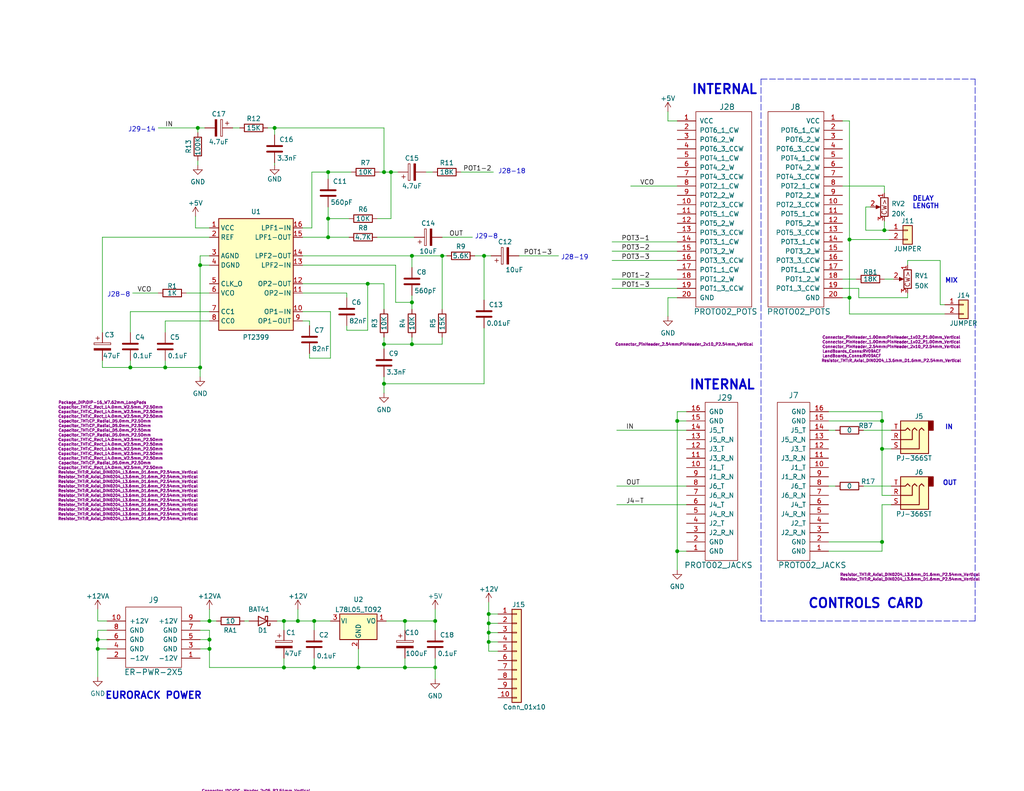
<source format=kicad_sch>
(kicad_sch (version 20211123) (generator eeschema)
  (paper "A")
  (title_block (title "ER-DELAY-01") (date "2023-01-17") (rev "1"))
  (lib_symbols
    (symbol "Audio:PT2399"
      (property "Reference" "U" (at 0 17.78 0))
      (property "Value" "PT2399" (at 0 -17.78 0))
      (symbol "PT2399_0_1"
        (rectangle (start -10.16 15.24) (end 10.16 -15.24) (stroke (width 0.254)) (fill (type background)))
      )
      (symbol "PT2399_1_1"
        (pin power_in line (at -12.7 12.7 0) (length 2.54) (name "VCC") (number "1"))
        (pin input line (at 12.7 -10.16 180) (length 2.54) (name "OP1-IN") (number "10"))
        (pin input line (at 12.7 -5.08 180) (length 2.54) (name "OP2-IN") (number "11"))
        (pin output line (at 12.7 -2.54 180) (length 2.54) (name "OP2-OUT") (number "12"))
        (pin input line (at 12.7 2.54 180) (length 2.54) (name "LPF2-IN") (number "13"))
        (pin output line (at 12.7 5.08 180) (length 2.54) (name "LPF2-OUT") (number "14"))
        (pin output line (at 12.7 10.16 180) (length 2.54) (name "LPF1-OUT") (number "15"))
        (pin input line (at 12.7 12.7 180) (length 2.54) (name "LPF1-IN") (number "16"))
        (pin passive line (at -12.7 10.16 0) (length 2.54) (name "REF") (number "2"))
        (pin power_in line (at -12.7 5.08 0) (length 2.54) (name "AGND") (number "3"))
        (pin power_in line (at -12.7 2.54 0) (length 2.54) (name "DGND") (number "4"))
        (pin passive line (at -12.7 -2.54 0) (length 2.54) (name "CLK_O") (number "5"))
        (pin passive line (at -12.7 -5.08 0) (length 2.54) (name "VCO") (number "6"))
        (pin passive line (at -12.7 -10.16 0) (length 2.54) (name "CC1") (number "7"))
        (pin passive line (at -12.7 -12.7 0) (length 2.54) (name "CC0") (number "8"))
        (pin output line (at 12.7 -12.7 180) (length 2.54) (name "OP1-OUT") (number "9"))
      )
    )
    (symbol "Connector:AudioJack3"
      (property "Reference" "J" (at 0 8.89 0))
      (property "Value" "AudioJack3" (at 0 6.35 0))
      (symbol "AudioJack3_0_1"
        (rectangle (start -5.08 -5.08) (end -6.35 -2.54) (stroke (width 0.254)) (fill (type outline)))
        (polyline (pts (xy 0 -2.54) (xy 0.635 -3.175) (xy 1.27 -2.54) (xy 2.54 -2.54)) (stroke (width 0.254)))
        (polyline (pts (xy -1.905 -2.54) (xy -1.27 -3.175) (xy -0.635 -2.54) (xy -0.635 0) (xy 2.54 0)) (stroke (width 0.254)))
        (polyline (pts (xy 2.54 2.54) (xy -2.54 2.54) (xy -2.54 -2.54) (xy -3.175 -3.175) (xy -3.81 -2.54)) (stroke (width 0.254)))
        (rectangle (start 2.54 3.81) (end -5.08 -5.08) (stroke (width 0.254)) (fill (type background)))
      )
      (symbol "AudioJack3_1_1"
        (pin passive line (at 5.08 0 180) (length 2.54) (name "~") (number "R"))
        (pin passive line (at 5.08 2.54 180) (length 2.54) (name "~") (number "S"))
        (pin passive line (at 5.08 -2.54 180) (length 2.54) (name "~") (number "T"))
      )
    )
    (symbol "Connector_Generic:Conn_01x02" (pin_names (offset 1.016) hide)
      (property "Reference" "J" (at 0 2.54 0))
      (property "Value" "Conn_01x02" (at 0 -5.08 0))
      (symbol "Conn_01x02_1_1"
        (rectangle (start -1.27 -2.413) (end 0 -2.667) (stroke (width 0.1524)))
        (rectangle (start -1.27 0.127) (end 0 -0.127) (stroke (width 0.1524)))
        (rectangle (start -1.27 1.27) (end 1.27 -3.81) (stroke (width 0.254)) (fill (type background)))
        (pin passive line (at -5.08 0 0) (length 3.81) (name "Pin_1") (number "1"))
        (pin passive line (at -5.08 -2.54 0) (length 3.81) (name "Pin_2") (number "2"))
      )
    )
    (symbol "Connector_Generic:Conn_01x10" (pin_names (offset 1.016) hide)
      (property "Reference" "J" (at 0 12.7 0))
      (property "Value" "Conn_01x10" (at 0 -15.24 0))
      (symbol "Conn_01x10_1_1"
        (rectangle (start -1.27 -12.573) (end 0 -12.827) (stroke (width 0.1524)))
        (rectangle (start -1.27 -10.033) (end 0 -10.287) (stroke (width 0.1524)))
        (rectangle (start -1.27 -7.493) (end 0 -7.747) (stroke (width 0.1524)))
        (rectangle (start -1.27 -4.953) (end 0 -5.207) (stroke (width 0.1524)))
        (rectangle (start -1.27 -2.413) (end 0 -2.667) (stroke (width 0.1524)))
        (rectangle (start -1.27 0.127) (end 0 -0.127) (stroke (width 0.1524)))
        (rectangle (start -1.27 2.667) (end 0 2.413) (stroke (width 0.1524)))
        (rectangle (start -1.27 5.207) (end 0 4.953) (stroke (width 0.1524)))
        (rectangle (start -1.27 7.747) (end 0 7.493) (stroke (width 0.1524)))
        (rectangle (start -1.27 10.287) (end 0 10.033) (stroke (width 0.1524)))
        (rectangle (start -1.27 11.43) (end 1.27 -13.97) (stroke (width 0.254)) (fill (type background)))
        (pin passive line (at -5.08 10.16 0) (length 3.81) (name "Pin_1") (number "1"))
        (pin passive line (at -5.08 -12.7 0) (length 3.81) (name "Pin_10") (number "10"))
        (pin passive line (at -5.08 7.62 0) (length 3.81) (name "Pin_2") (number "2"))
        (pin passive line (at -5.08 5.08 0) (length 3.81) (name "Pin_3") (number "3"))
        (pin passive line (at -5.08 2.54 0) (length 3.81) (name "Pin_4") (number "4"))
        (pin passive line (at -5.08 0 0) (length 3.81) (name "Pin_5") (number "5"))
        (pin passive line (at -5.08 -2.54 0) (length 3.81) (name "Pin_6") (number "6"))
        (pin passive line (at -5.08 -5.08 0) (length 3.81) (name "Pin_7") (number "7"))
        (pin passive line (at -5.08 -7.62 0) (length 3.81) (name "Pin_8") (number "8"))
        (pin passive line (at -5.08 -10.16 0) (length 3.81) (name "Pin_9") (number "9"))
      )
    )
    (symbol "Device:C" (pin_numbers hide) (pin_names (offset 0.254))
      (property "Reference" "C" (at 0.635 2.54 0))
      (property "Value" "C" (at 0.635 -2.54 0))
      (symbol "C_0_1"
        (polyline (pts (xy -2.032 -0.762) (xy 2.032 -0.762)) (stroke (width 0.508)))
        (polyline (pts (xy -2.032 0.762) (xy 2.032 0.762)) (stroke (width 0.508)))
      )
      (symbol "C_1_1"
        (pin passive line (at 0 3.81 270) (length 2.794) (name "~") (number "1"))
        (pin passive line (at 0 -3.81 90) (length 2.794) (name "~") (number "2"))
      )
    )
    (symbol "Device:C_Polarized" (pin_numbers hide) (pin_names (offset 0.254))
      (property "Reference" "C" (at 0.635 2.54 0))
      (property "Value" "C_Polarized" (at 0.635 -2.54 0))
      (symbol "C_Polarized_0_1"
        (rectangle (start -2.286 0.508) (end 2.286 1.016))
        (polyline (pts (xy -1.778 2.286) (xy -0.762 2.286)))
        (polyline (pts (xy -1.27 2.794) (xy -1.27 1.778)))
        (rectangle (start 2.286 -0.508) (end -2.286 -1.016) (fill (type outline)))
      )
      (symbol "C_Polarized_1_1"
        (pin passive line (at 0 3.81 270) (length 2.794) (name "~") (number "1"))
        (pin passive line (at 0 -3.81 90) (length 2.794) (name "~") (number "2"))
      )
    )
    (symbol "Device:D_Schottky" (pin_numbers hide) (pin_names (offset 1.016) hide)
      (property "Reference" "D" (at 0 2.54 0))
      (property "Value" "D_Schottky" (at 0 -2.54 0))
      (symbol "D_Schottky_0_1"
        (polyline (pts (xy 1.27 0) (xy -1.27 0)))
        (polyline (pts (xy 1.27 1.27) (xy 1.27 -1.27) (xy -1.27 0) (xy 1.27 1.27)) (stroke (width 0.254)))
        (polyline (pts (xy -1.905 0.635) (xy -1.905 1.27) (xy -1.27 1.27) (xy -1.27 -1.27) (xy -0.635 -1.27) (xy -0.635 -0.635)) (stroke (width 0.254)))
      )
      (symbol "D_Schottky_1_1"
        (pin passive line (at -3.81 0 0) (length 2.54) (name "K") (number "1"))
        (pin passive line (at 3.81 0 180) (length 2.54) (name "A") (number "2"))
      )
    )
    (symbol "Device:R" (pin_numbers hide) (pin_names (offset 0))
      (property "Reference" "R" (at 2.032 0 90))
      (property "Value" "R" (at 0 0 90))
      (symbol "R_0_1"
        (rectangle (start -1.016 -2.54) (end 1.016 2.54) (stroke (width 0.254)))
      )
      (symbol "R_1_1"
        (pin passive line (at 0 3.81 270) (length 1.27) (name "~") (number "1"))
        (pin passive line (at 0 -3.81 90) (length 1.27) (name "~") (number "2"))
      )
    )
    (symbol "LandBoards_Conns:ER-PWR-2X5" (pin_names (offset 1.016))
      (property "Reference" "J" (at 0 10.16 0))
      (property "Value" "ER-PWR-2X5" (at 1.27 -8.89 0))
      (property "Footprint" "Connector_IDC:IDC-Header_2x05_P2.54mm_Vertical" (at 0 -11.43 0))
      (symbol "ER-PWR-2X5_0_1"
        (rectangle (start -7.62 8.89) (end 7.62 -7.62))
      )
      (symbol "ER-PWR-2X5_1_1"
        (pin power_out line (at 12.7 -5.08 180) (length 5.08) (name "-12V") (number "1"))
        (pin power_out line (at -12.7 5.08 0) (length 5.08) (name "+12V") (number "10"))
        (pin power_out line (at -12.7 -5.08 0) (length 5.08) (name "-12V") (number "2"))
        (pin power_in line (at 12.7 -2.54 180) (length 5.08) (name "GND") (number "3"))
        (pin power_out line (at -12.7 -2.54 0) (length 5.08) (name "GND") (number "4"))
        (pin power_out line (at 12.7 0 180) (length 5.08) (name "GND") (number "5"))
        (pin power_out line (at -12.7 0 0) (length 5.08) (name "GND") (number "6"))
        (pin power_out line (at 12.7 2.54 180) (length 5.08) (name "GND") (number "7"))
        (pin power_out line (at -12.7 2.54 0) (length 5.08) (name "GND") (number "8"))
        (pin power_out line (at 12.7 5.08 180) (length 5.08) (name "+12V") (number "9"))
      )
    )
    (symbol "LandBoards_Conns:PROTO02_POTS" (pin_names (offset 1.016))
      (property "Reference" "J" (at -1.27 27.94 0))
      (property "Value" "PROTO02_POTS" (at 0 -27.94 0))
      (symbol "PROTO02_POTS_0_1"
        (rectangle (start -8.89 26.67) (end 6.35 -26.67))
      )
      (symbol "PROTO02_POTS_1_1"
        (pin power_in line (at 11.43 24.13 180) (length 5.08) (name "VCC") (number "1"))
        (pin passive line (at 11.43 1.27 180) (length 5.08) (name "POT2_3_CCW") (number "10"))
        (pin passive line (at 11.43 -1.27 180) (length 5.08) (name "POT5_1_CW") (number "11"))
        (pin passive line (at 11.43 -3.81 180) (length 5.08) (name "POT5_2_W") (number "12"))
        (pin passive line (at 11.43 -6.35 180) (length 5.08) (name "POT5_3_CCW") (number "13"))
        (pin passive line (at 11.43 -8.89 180) (length 5.08) (name "POT3_1_CW") (number "14"))
        (pin passive line (at 11.43 -11.43 180) (length 5.08) (name "POT3_2_W") (number "15"))
        (pin passive line (at 11.43 -13.97 180) (length 5.08) (name "POT3_3_CCW") (number "16"))
        (pin passive line (at 11.43 -16.51 180) (length 5.08) (name "POT1_1_CW") (number "17"))
        (pin passive line (at 11.43 -19.05 180) (length 5.08) (name "POT1_2_W") (number "18"))
        (pin passive line (at 11.43 -21.59 180) (length 5.08) (name "POT1_3_CCW") (number "19"))
        (pin passive line (at 11.43 21.59 180) (length 5.08) (name "POT6_1_CW") (number "2"))
        (pin power_in line (at 11.43 -24.13 180) (length 5.08) (name "GND") (number "20"))
        (pin passive line (at 11.43 19.05 180) (length 5.08) (name "POT6_2_W") (number "3"))
        (pin passive line (at 11.43 16.51 180) (length 5.08) (name "POT6_3_CCW") (number "4"))
        (pin passive line (at 11.43 13.97 180) (length 5.08) (name "POT4_1_CW") (number "5"))
        (pin passive line (at 11.43 11.43 180) (length 5.08) (name "POT4_2_W") (number "6"))
        (pin passive line (at 11.43 8.89 180) (length 5.08) (name "POT4_3_CCW") (number "7"))
        (pin passive line (at 11.43 6.35 180) (length 5.08) (name "POT2_1_CW") (number "8"))
        (pin passive line (at 11.43 3.81 180) (length 5.08) (name "POT2_2_W") (number "9"))
      )
    )
    (symbol "PROTO02_JACKS_1" (pin_names (offset 1.016))
      (property "Reference" "J" (at 0 22.86 0))
      (property "Value" "PROTO02_JACKS_1" (at 0 -22.86 0))
      (symbol "PROTO02_JACKS_1_0_1"
        (rectangle (start -5.08 21.59) (end 3.81 -21.59))
      )
      (symbol "PROTO02_JACKS_1_1_1"
        (pin power_in line (at 8.89 -19.05 180) (length 5.08) (name "GND") (number "1"))
        (pin passive line (at 8.89 3.81 180) (length 5.08) (name "J1_T") (number "10"))
        (pin passive line (at 8.89 6.35 180) (length 5.08) (name "J3_R_N") (number "11"))
        (pin passive line (at 8.89 8.89 180) (length 5.08) (name "J3_T") (number "12"))
        (pin passive line (at 8.89 11.43 180) (length 5.08) (name "J5_R_N") (number "13"))
        (pin passive line (at 8.89 13.97 180) (length 5.08) (name "J5_T") (number "14"))
        (pin power_in line (at 8.89 16.51 180) (length 5.08) (name "GND") (number "15"))
        (pin power_in line (at 8.89 19.05 180) (length 5.08) (name "GND") (number "16"))
        (pin power_in line (at 8.89 -16.51 180) (length 5.08) (name "GND") (number "2"))
        (pin passive line (at 8.89 -13.97 180) (length 5.08) (name "J2_R_N") (number "3"))
        (pin passive line (at 8.89 -11.43 180) (length 5.08) (name "J2_T") (number "4"))
        (pin passive line (at 8.89 -8.89 180) (length 5.08) (name "J4_R_N") (number "5"))
        (pin passive line (at 8.89 -6.35 180) (length 5.08) (name "J4_T") (number "6"))
        (pin passive line (at 8.89 -3.81 180) (length 5.08) (name "J6_R_N") (number "7"))
        (pin passive line (at 8.89 -1.27 180) (length 5.08) (name "J6_T") (number "8"))
        (pin passive line (at 8.89 1.27 180) (length 5.08) (name "J1_R_N") (number "9"))
      )
    )
    (symbol "PROTO02_JACKS_2" (pin_names (offset 1.016))
      (property "Reference" "J" (at 0 22.86 0))
      (property "Value" "PROTO02_JACKS_2" (at 0 -22.86 0))
      (symbol "PROTO02_JACKS_2_0_1"
        (rectangle (start -5.08 21.59) (end 3.81 -21.59))
      )
      (symbol "PROTO02_JACKS_2_1_1"
        (pin power_in line (at 8.89 -19.05 180) (length 5.08) (name "GND") (number "1"))
        (pin passive line (at 8.89 3.81 180) (length 5.08) (name "J1_T") (number "10"))
        (pin passive line (at 8.89 6.35 180) (length 5.08) (name "J3_R_N") (number "11"))
        (pin passive line (at 8.89 8.89 180) (length 5.08) (name "J3_T") (number "12"))
        (pin passive line (at 8.89 11.43 180) (length 5.08) (name "J5_R_N") (number "13"))
        (pin passive line (at 8.89 13.97 180) (length 5.08) (name "J5_T") (number "14"))
        (pin power_in line (at 8.89 16.51 180) (length 5.08) (name "GND") (number "15"))
        (pin power_in line (at 8.89 19.05 180) (length 5.08) (name "GND") (number "16"))
        (pin power_in line (at 8.89 -16.51 180) (length 5.08) (name "GND") (number "2"))
        (pin passive line (at 8.89 -13.97 180) (length 5.08) (name "J2_R_N") (number "3"))
        (pin passive line (at 8.89 -11.43 180) (length 5.08) (name "J2_T") (number "4"))
        (pin passive line (at 8.89 -8.89 180) (length 5.08) (name "J4_R_N") (number "5"))
        (pin passive line (at 8.89 -6.35 180) (length 5.08) (name "J4_T") (number "6"))
        (pin passive line (at 8.89 -3.81 180) (length 5.08) (name "J6_R_N") (number "7"))
        (pin passive line (at 8.89 -1.27 180) (length 5.08) (name "J6_T") (number "8"))
        (pin passive line (at 8.89 1.27 180) (length 5.08) (name "J1_R_N") (number "9"))
      )
    )
    (symbol "R_Pot_CW_1" (pin_names (offset 1.016) hide)
      (property "Reference" "RV" (at -1.27 1.27 0))
      (property "Value" "R_Pot_CW_1" (at -1.27 -1.27 0))
      (symbol "R_Pot_CW_1_0_0"
        (text "CW>" (at 0 0 900) (effects (font (size 1.27 1.27))))
      )
      (symbol "R_Pot_CW_1_0_1"
        (polyline (pts (xy 2.54 0) (xy 1.524 0)))
        (polyline (pts (xy 1.143 0) (xy 2.286 0.508) (xy 2.286 -0.508) (xy 1.143 0)) (fill (type outline)))
        (rectangle (start 1.016 2.54) (end -1.016 -2.54) (stroke (width 0.254)))
      )
      (symbol "R_Pot_CW_1_1_1"
        (pin passive line (at 0 3.81 270) (length 1.27) (name "1") (number "1"))
        (pin passive line (at 3.81 0 180) (length 1.27) (name "2") (number "2"))
        (pin passive line (at 0 -3.81 90) (length 1.27) (name "3") (number "3"))
      )
    )
    (symbol "Regulator_Linear:L78L05_TO92" (pin_names (offset 0.254))
      (property "Reference" "U" (at -3.81 3.175 0))
      (property "Value" "L78L05_TO92" (at 0 3.175 0))
      (symbol "L78L05_TO92_0_1"
        (rectangle (start -5.08 -5.08) (end 5.08 1.905) (stroke (width 0.254)) (fill (type background)))
      )
      (symbol "L78L05_TO92_1_1"
        (pin power_out line (at 7.62 0 180) (length 2.54) (name "VO") (number "1"))
        (pin power_in line (at 0 -7.62 90) (length 2.54) (name "GND") (number "2"))
        (pin power_in line (at -7.62 0 0) (length 2.54) (name "VI") (number "3"))
      )
    )
    (symbol "power:+12V" (power) (pin_names (offset 0))
      (property "Value" "+12V" (at 0 3.556 0))
      (symbol "+12V_0_1"
        (polyline (pts (xy -0.762 1.27) (xy 0 2.54)))
        (polyline (pts (xy 0 0) (xy 0 2.54)))
        (polyline (pts (xy 0 2.54) (xy 0.762 1.27)))
      )
      (symbol "+12V_1_1"
        (pin power_in line (at 0 0 90) (length 0) hide (name "+12V") (number "1"))
      )
    )
    (symbol "power:+12VA" (power) (pin_names (offset 0))
      (property "Value" "+12VA" (at 0 3.556 0))
      (symbol "+12VA_0_1"
        (polyline (pts (xy -0.762 1.27) (xy 0 2.54)))
        (polyline (pts (xy 0 0) (xy 0 2.54)))
        (polyline (pts (xy 0 2.54) (xy 0.762 1.27)))
      )
      (symbol "+12VA_1_1"
        (pin power_in line (at 0 0 90) (length 0) hide (name "+12VA") (number "1"))
      )
    )
    (symbol "power:+5V" (power) (pin_names (offset 0))
      (property "Value" "+5V" (at 0 3.556 0))
      (symbol "+5V_0_1"
        (polyline (pts (xy -0.762 1.27) (xy 0 2.54)))
        (polyline (pts (xy 0 0) (xy 0 2.54)))
        (polyline (pts (xy 0 2.54) (xy 0.762 1.27)))
      )
      (symbol "+5V_1_1"
        (pin power_in line (at 0 0 90) (length 0) hide (name "+5V") (number "1"))
      )
    )
    (symbol "power:GND" (power) (pin_names (offset 0))
      (property "Value" "GND" (at 0 -3.81 0))
      (symbol "GND_0_1"
        (polyline (pts (xy 0 0) (xy 0 -1.27) (xy 1.27 -1.27) (xy 0 -2.54) (xy -1.27 -1.27) (xy 0 -1.27)))
      )
      (symbol "GND_1_1"
        (pin power_in line (at 0 0 270) (length 0) hide (name "GND") (number "1"))
      )
    )
  )
  (junction (at 89.535 64.77))
  (junction (at 57.15 169.545))
  (junction (at 77.47 169.545))
  (junction (at 54.61 72.39))
  (junction (at 184.785 114.935))
  (junction (at 53.975 34.925))
  (junction (at 57.15 177.165))
  (junction (at 85.725 182.245))
  (junction (at 112.395 82.55))
  (junction (at 89.535 59.69))
  (junction (at 26.67 174.625))
  (junction (at 104.775 104.775))
  (junction (at 133.35 167.64))
  (junction (at 132.08 69.85))
  (junction (at 57.15 174.625))
  (junction (at 112.395 69.85))
  (junction (at 133.35 172.72))
  (junction (at 240.665 147.955))
  (junction (at 89.535 46.99))
  (junction (at 54.61 100.33))
  (junction (at 110.49 182.245))
  (junction (at 104.775 46.99))
  (junction (at 241.3 62.865))
  (junction (at 118.745 182.245))
  (junction (at 35.56 100.33))
  (junction (at 133.35 170.18))
  (junction (at 184.785 150.495))
  (junction (at 45.085 100.33))
  (junction (at 112.395 93.98))
  (junction (at 85.725 169.545))
  (junction (at 26.67 177.165))
  (junction (at 110.49 169.545))
  (junction (at 74.93 34.925))
  (junction (at 231.775 81.28))
  (junction (at 97.79 182.245))
  (junction (at 104.775 93.98))
  (junction (at 240.665 114.935))
  (junction (at 81.28 169.545))
  (junction (at 240.665 122.555))
  (junction (at 77.47 182.245))
  (junction (at 231.775 65.405))
  (junction (at 118.745 169.545))
  (junction (at 120.65 69.85))
  (junction (at 133.35 175.26))
  (junction (at 106.68 46.99))
  (junction (at 100.33 77.47))
  (wire (pts (xy 133.35 175.26) (xy 133.35 177.8)))
  (wire (pts (xy 100.33 90.17) (xy 94.615 90.17)))
  (wire (pts (xy 132.08 69.85) (xy 132.08 81.915)))
  (wire (pts (xy 90.17 85.09) (xy 90.17 97.79)))
  (wire (pts (xy 57.15 69.85) (xy 54.61 69.85)))
  (wire (pts (xy 237.49 56.515) (xy 236.22 56.515)))
  (wire (pts (xy 184.785 33.02) (xy 182.245 33.02)))
  (wire (pts (xy 247.65 81.28) (xy 234.315 81.28)))
  (wire (pts (xy 247.65 72.39) (xy 247.65 71.12)))
  (wire (pts (xy 85.725 182.245) (xy 85.725 179.705)))
  (wire (pts (xy 94.615 90.17) (xy 94.615 88.9)))
  (wire (pts (xy 226.06 114.935) (xy 240.665 114.935)))
  (wire (pts (xy 53.34 62.23) (xy 53.34 59.055)))
  (wire (pts (xy 241.3 52.705) (xy 241.3 50.8)))
  (wire (pts (xy 104.775 93.98) (xy 104.775 95.25)))
  (wire (pts (xy 236.22 62.865) (xy 241.3 62.865)))
  (wire (pts (xy 168.275 137.795) (xy 187.325 137.795)))
  (wire (pts (xy 240.665 114.935) (xy 240.665 112.395)))
  (wire (pts (xy 132.08 69.85) (xy 133.985 69.85)))
  (wire (pts (xy 231.775 65.405) (xy 242.57 65.405)))
  (wire (pts (xy 45.085 98.425) (xy 45.085 100.33)))
  (wire (pts (xy 89.535 59.69) (xy 95.25 59.69)))
  (wire (pts (xy 106.68 59.69) (xy 106.68 46.99)))
  (wire (pts (xy 110.49 182.245) (xy 118.745 182.245)))
  (wire (pts (xy 103.505 46.99) (xy 104.775 46.99)))
  (polyline (pts (xy 207.645 169.545) (xy 207.645 21.59)))
  (wire (pts (xy 187.325 112.395) (xy 184.785 112.395)))
  (wire (pts (xy 247.65 80.01) (xy 247.65 81.28)))
  (wire (pts (xy 243.205 137.795) (xy 240.665 137.795)))
  (wire (pts (xy 125.73 46.99) (xy 134.62 46.99)))
  (wire (pts (xy 85.09 46.99) (xy 89.535 46.99)))
  (wire (pts (xy 106.68 46.99) (xy 108.585 46.99)))
  (wire (pts (xy 26.67 174.625) (xy 29.21 174.625)))
  (wire (pts (xy 120.65 93.98) (xy 120.65 92.075)))
  (wire (pts (xy 110.49 169.545) (xy 118.745 169.545)))
  (wire (pts (xy 241.3 62.865) (xy 242.57 62.865)))
  (wire (pts (xy 77.47 169.545) (xy 81.28 169.545)))
  (wire (pts (xy 77.47 182.245) (xy 85.725 182.245)))
  (wire (pts (xy 226.06 147.955) (xy 240.665 147.955)))
  (wire (pts (xy 120.65 64.77) (xy 128.905 64.77)))
  (wire (pts (xy 82.55 62.23) (xy 85.09 62.23)))
  (wire (pts (xy 65.405 34.925) (xy 63.5 34.925)))
  (wire (pts (xy 243.205 122.555) (xy 240.665 122.555)))
  (wire (pts (xy 53.975 34.925) (xy 55.88 34.925)))
  (wire (pts (xy 133.35 164.465) (xy 133.35 167.64)))
  (wire (pts (xy 118.745 182.245) (xy 118.745 185.42)))
  (wire (pts (xy 241.3 76.2) (xy 243.84 76.2)))
  (wire (pts (xy 43.18 34.925) (xy 53.975 34.925)))
  (wire (pts (xy 256.54 71.12) (xy 256.54 83.185)))
  (wire (pts (xy 77.47 179.705) (xy 77.47 182.245)))
  (wire (pts (xy 85.09 62.23) (xy 85.09 46.99)))
  (wire (pts (xy 167.005 78.74) (xy 184.785 78.74)))
  (wire (pts (xy 184.785 114.935) (xy 187.325 114.935)))
  (wire (pts (xy 104.775 92.075) (xy 104.775 93.98)))
  (wire (pts (xy 102.87 59.69) (xy 106.68 59.69)))
  (wire (pts (xy 54.61 169.545) (xy 57.15 169.545)))
  (wire (pts (xy 118.745 169.545) (xy 118.745 172.085)))
  (wire (pts (xy 229.87 81.28) (xy 231.775 81.28)))
  (wire (pts (xy 74.93 34.925) (xy 73.025 34.925)))
  (wire (pts (xy 184.785 114.935) (xy 184.785 150.495)))
  (wire (pts (xy 27.94 98.425) (xy 27.94 100.33)))
  (wire (pts (xy 184.785 150.495) (xy 187.325 150.495)))
  (wire (pts (xy 89.535 46.99) (xy 95.885 46.99)))
  (wire (pts (xy 167.005 76.2) (xy 184.785 76.2)))
  (wire (pts (xy 105.41 169.545) (xy 110.49 169.545)))
  (wire (pts (xy 57.15 87.63) (xy 45.085 87.63)))
  (wire (pts (xy 85.725 169.545) (xy 85.725 172.085)))
  (wire (pts (xy 26.67 172.085) (xy 26.67 174.625)))
  (wire (pts (xy 243.205 135.255) (xy 240.665 135.255)))
  (wire (pts (xy 97.79 182.245) (xy 110.49 182.245)))
  (wire (pts (xy 82.55 69.85) (xy 112.395 69.85)))
  (wire (pts (xy 112.395 82.55) (xy 112.395 84.455)))
  (wire (pts (xy 26.67 166.37) (xy 26.67 169.545)))
  (wire (pts (xy 54.61 69.85) (xy 54.61 72.39)))
  (wire (pts (xy 84.455 87.63) (xy 84.455 88.9)))
  (wire (pts (xy 118.745 166.37) (xy 118.745 169.545)))
  (wire (pts (xy 27.94 64.77) (xy 27.94 90.805)))
  (wire (pts (xy 26.67 177.165) (xy 29.21 177.165)))
  (wire (pts (xy 89.535 64.77) (xy 95.25 64.77)))
  (wire (pts (xy 85.725 169.545) (xy 90.17 169.545)))
  (wire (pts (xy 89.535 64.77) (xy 89.535 59.69)))
  (wire (pts (xy 133.35 172.72) (xy 135.89 172.72)))
  (wire (pts (xy 133.35 167.64) (xy 133.35 170.18)))
  (wire (pts (xy 112.395 93.98) (xy 120.65 93.98)))
  (wire (pts (xy 231.775 85.725) (xy 231.775 81.28)))
  (wire (pts (xy 116.205 46.99) (xy 118.11 46.99)))
  (wire (pts (xy 53.975 45.085) (xy 53.975 43.815)))
  (wire (pts (xy 104.775 46.99) (xy 106.68 46.99)))
  (wire (pts (xy 74.93 34.925) (xy 104.775 34.925)))
  (wire (pts (xy 84.455 97.79) (xy 84.455 96.52)))
  (wire (pts (xy 35.56 100.33) (xy 27.94 100.33)))
  (wire (pts (xy 82.55 85.09) (xy 90.17 85.09)))
  (wire (pts (xy 135.89 177.8) (xy 133.35 177.8)))
  (wire (pts (xy 67.945 169.545) (xy 66.675 169.545)))
  (wire (pts (xy 120.65 69.85) (xy 120.65 84.455)))
  (wire (pts (xy 82.55 72.39) (xy 107.95 72.39)))
  (wire (pts (xy 57.15 172.085) (xy 57.15 174.625)))
  (wire (pts (xy 75.565 169.545) (xy 77.47 169.545)))
  (wire (pts (xy 54.61 172.085) (xy 57.15 172.085)))
  (wire (pts (xy 184.785 112.395) (xy 184.785 114.935)))
  (polyline (pts (xy 207.645 21.59) (xy 266.065 21.59)))
  (wire (pts (xy 129.54 69.85) (xy 132.08 69.85)))
  (wire (pts (xy 57.15 166.37) (xy 57.15 169.545)))
  (wire (pts (xy 77.47 169.545) (xy 77.47 172.085)))
  (wire (pts (xy 240.665 137.795) (xy 240.665 147.955)))
  (wire (pts (xy 54.61 100.33) (xy 54.61 102.87)))
  (wire (pts (xy 110.49 169.545) (xy 110.49 172.085)))
  (wire (pts (xy 85.725 182.245) (xy 97.79 182.245)))
  (wire (pts (xy 240.665 147.955) (xy 240.665 150.495)))
  (wire (pts (xy 168.275 132.715) (xy 187.325 132.715)))
  (wire (pts (xy 240.665 150.495) (xy 226.06 150.495)))
  (wire (pts (xy 167.005 66.04) (xy 184.785 66.04)))
  (wire (pts (xy 54.61 177.165) (xy 57.15 177.165)))
  (wire (pts (xy 89.535 59.69) (xy 89.535 56.515)))
  (wire (pts (xy 90.17 97.79) (xy 84.455 97.79)))
  (wire (pts (xy 240.665 112.395) (xy 226.06 112.395)))
  (wire (pts (xy 112.395 69.85) (xy 120.65 69.85)))
  (wire (pts (xy 104.775 102.87) (xy 104.775 104.775)))
  (wire (pts (xy 100.33 77.47) (xy 104.775 77.47)))
  (wire (pts (xy 57.15 64.77) (xy 27.94 64.77)))
  (wire (pts (xy 94.615 80.01) (xy 94.615 81.28)))
  (wire (pts (xy 182.245 30.48) (xy 182.245 33.02)))
  (wire (pts (xy 104.775 93.98) (xy 112.395 93.98)))
  (wire (pts (xy 26.67 174.625) (xy 26.67 177.165)))
  (wire (pts (xy 57.15 177.165) (xy 57.15 182.245)))
  (wire (pts (xy 141.605 69.85) (xy 152.4 69.85)))
  (wire (pts (xy 81.28 166.37) (xy 81.28 169.545)))
  (wire (pts (xy 167.005 68.58) (xy 184.785 68.58)))
  (wire (pts (xy 26.67 169.545) (xy 29.21 169.545)))
  (wire (pts (xy 112.395 80.645) (xy 112.395 82.55)))
  (wire (pts (xy 57.15 85.09) (xy 35.56 85.09)))
  (wire (pts (xy 112.395 92.075) (xy 112.395 93.98)))
  (wire (pts (xy 240.665 122.555) (xy 240.665 135.255)))
  (wire (pts (xy 229.87 76.2) (xy 233.68 76.2)))
  (wire (pts (xy 135.89 170.18) (xy 133.35 170.18)))
  (wire (pts (xy 182.245 81.28) (xy 184.785 81.28)))
  (polyline (pts (xy 266.065 169.545) (xy 207.645 169.545)))
  (wire (pts (xy 104.775 104.775) (xy 132.08 104.775)))
  (wire (pts (xy 82.55 64.77) (xy 89.535 64.77)))
  (wire (pts (xy 133.35 175.26) (xy 135.89 175.26)))
  (wire (pts (xy 133.35 172.72) (xy 133.35 175.26)))
  (wire (pts (xy 227.965 117.475) (xy 226.06 117.475)))
  (wire (pts (xy 167.005 71.12) (xy 184.785 71.12)))
  (wire (pts (xy 112.395 69.85) (xy 112.395 73.025)))
  (wire (pts (xy 226.06 132.715) (xy 227.965 132.715)))
  (wire (pts (xy 107.95 82.55) (xy 112.395 82.55)))
  (wire (pts (xy 104.775 77.47) (xy 104.775 84.455)))
  (wire (pts (xy 82.55 87.63) (xy 84.455 87.63)))
  (wire (pts (xy 135.89 167.64) (xy 133.35 167.64)))
  (wire (pts (xy 168.275 117.475) (xy 187.325 117.475)))
  (wire (pts (xy 110.49 179.705) (xy 110.49 182.245)))
  (wire (pts (xy 35.56 98.425) (xy 35.56 100.33)))
  (wire (pts (xy 54.61 100.33) (xy 45.085 100.33)))
  (wire (pts (xy 231.775 33.02) (xy 229.87 33.02)))
  (wire (pts (xy 231.775 65.405) (xy 231.775 81.28)))
  (wire (pts (xy 81.28 169.545) (xy 85.725 169.545)))
  (wire (pts (xy 82.55 77.47) (xy 100.33 77.47)))
  (wire (pts (xy 257.81 85.725) (xy 231.775 85.725)))
  (wire (pts (xy 229.87 50.8) (xy 241.3 50.8)))
  (wire (pts (xy 89.535 46.99) (xy 89.535 48.895)))
  (wire (pts (xy 243.205 117.475) (xy 235.585 117.475)))
  (wire (pts (xy 35.56 85.09) (xy 35.56 90.805)))
  (wire (pts (xy 57.15 62.23) (xy 53.34 62.23)))
  (wire (pts (xy 74.93 34.925) (xy 74.93 36.83)))
  (wire (pts (xy 57.15 169.545) (xy 59.055 169.545)))
  (wire (pts (xy 104.775 34.925) (xy 104.775 46.99)))
  (wire (pts (xy 104.775 104.775) (xy 104.775 107.315)))
  (wire (pts (xy 240.665 122.555) (xy 240.665 114.935)))
  (wire (pts (xy 50.8 80.01) (xy 57.15 80.01)))
  (wire (pts (xy 133.35 170.18) (xy 133.35 172.72)))
  (wire (pts (xy 184.785 150.495) (xy 184.785 155.575)))
  (wire (pts (xy 231.775 33.02) (xy 231.775 65.405)))
  (wire (pts (xy 120.65 69.85) (xy 121.92 69.85)))
  (wire (pts (xy 256.54 83.185) (xy 257.81 83.185)))
  (wire (pts (xy 247.65 71.12) (xy 256.54 71.12)))
  (polyline (pts (xy 266.065 21.59) (xy 266.065 169.545)))
  (wire (pts (xy 182.245 81.28) (xy 182.245 86.36)))
  (wire (pts (xy 29.21 172.085) (xy 26.67 172.085)))
  (wire (pts (xy 26.67 177.165) (xy 26.67 184.785)))
  (wire (pts (xy 54.61 72.39) (xy 54.61 100.33)))
  (wire (pts (xy 234.315 81.28) (xy 234.315 78.74)))
  (wire (pts (xy 236.22 56.515) (xy 236.22 62.865)))
  (wire (pts (xy 82.55 80.01) (xy 94.615 80.01)))
  (wire (pts (xy 45.085 87.63) (xy 45.085 90.805)))
  (wire (pts (xy 45.085 100.33) (xy 35.56 100.33)))
  (wire (pts (xy 113.03 64.77) (xy 102.87 64.77)))
  (wire (pts (xy 241.3 60.325) (xy 241.3 62.865)))
  (wire (pts (xy 132.08 104.775) (xy 132.08 89.535)))
  (wire (pts (xy 57.15 182.245) (xy 77.47 182.245)))
  (wire (pts (xy 97.79 177.165) (xy 97.79 182.245)))
  (wire (pts (xy 118.745 182.245) (xy 118.745 179.705)))
  (wire (pts (xy 107.95 72.39) (xy 107.95 82.55)))
  (wire (pts (xy 54.61 174.625) (xy 57.15 174.625)))
  (wire (pts (xy 57.15 174.625) (xy 57.15 177.165)))
  (wire (pts (xy 74.93 44.45) (xy 74.93 45.085)))
  (wire (pts (xy 234.315 78.74) (xy 229.87 78.74)))
  (wire (pts (xy 100.33 77.47) (xy 100.33 90.17)))
  (wire (pts (xy 36.195 80.01) (xy 43.18 80.01)))
  (wire (pts (xy 172.085 50.8) (xy 184.785 50.8)))
  (wire (pts (xy 243.205 132.715) (xy 235.585 132.715)))
  (wire (pts (xy 54.61 72.39) (xy 57.15 72.39)))
  (wire (pts (xy 53.975 34.925) (xy 53.975 36.195)))
  (text "EURORACK POWER" (at 28.575 191.135 0) (effects (font (size 1.905 1.905) (thickness 0.381) bold) (justify left bottom)))
  (text "INTERNAL" (at 187.96 106.68 0) (effects (font (size 2.54 2.54) (thickness 0.508) bold) (justify left bottom)))
  (text "CONTROLS CARD" (at 220.345 166.37 0) (effects (font (size 2.54 2.54) (thickness 0.508) bold) (justify left bottom)))
  (text "J29-14" (at 34.925 36.195 0) (effects (font (size 1.27 1.27)) (justify left bottom)))
  (text "IN" (at 257.81 117.475 0) (effects (font (size 1.27 1.27) (thickness 0.254) bold) (justify left bottom)))
  (text "MIX" (at 257.81 77.47 0) (effects (font (size 1.27 1.27) (thickness 0.254) bold) (justify left bottom)))
  (text "J29-8" (at 129.54 65.405 0) (effects (font (size 1.27 1.27)) (justify left bottom)))
  (text "INTERNAL" (at 188.595 26.035 0) (effects (font (size 2.54 2.54) (thickness 0.508) bold) (justify left bottom)))
  (text "J28-18" (at 135.89 47.625 0) (effects (font (size 1.27 1.27)) (justify left bottom)))
  (text "J28-8" (at 29.21 81.28 0) (effects (font (size 1.27 1.27)) (justify left bottom)))
  (text "DELAY\nLENGTH" (at 248.92 57.15 0) (effects (font (size 1.27 1.27) (thickness 0.254) bold) (justify left bottom)))
  (text "J28-19" (at 153.035 71.12 0) (effects (font (size 1.27 1.27)) (justify left bottom)))
  (text "OUT" (at 257.175 132.715 0) (effects (font (size 1.27 1.27) (thickness 0.254) bold) (justify left bottom)))
  (label "VCO" (at 37.465 80.01 0))
  (label "VCO" (at 174.625 50.8 0))
  (label "J4-T" (at 170.815 137.795 0))
  (label "POT1-2" (at 126.365 46.99 0))
  (label "POT3-3" (at 169.545 71.12 0))
  (label "POT3-1" (at 169.545 66.04 0))
  (label "IN" (at 170.815 117.475 0))
  (label "POT1-2" (at 169.545 76.2 0))
  (label "OUT" (at 122.555 64.77 0))
  (label "IN" (at 45.085 34.925 0))
  (label "POT1-3" (at 169.545 78.74 0))
  (label "OUT" (at 170.815 132.715 0))
  (label "POT1-3" (at 142.875 69.85 0))
  (label "POT3-2" (at 169.545 68.58 0))
  (symbol (lib_id "Device:D_Schottky") (at 71.755 169.545 180) (unit 1)
    (property "Reference" "D1" (at 73.025 172.085 0) (effects (justify left)))
    (property "Value" "BAT41" (at 73.66 166.37 0) (effects (justify left)))
    (property "Footprint" "Diode_THT:D_DO-35_SOD27_P2.54mm_Vertical_KathodeUp" (at 71.755 217.17 0) (effects (font (size 0.762 0.762))))
  )
  (symbol (lib_id "Device:C") (at 35.56 94.615 0) (unit 1)
    (property "Reference" "C4" (at 36.83 92.075 0) (effects (justify left)))
    (property "Value" "0.1uF" (at 36.195 97.155 0) (effects (justify left)))
    (property "Footprint" "Capacitor_THT:C_Rect_L4.0mm_W2.5mm_P2.50mm" (at 15.875 113.665 0) (effects (font (size 0.762 0.762)) (justify left)))
  )
  (symbol (lib_id "power:GND") (at 182.245 86.36 0) (unit 1)
    (property "Reference" "#PWR0114" (effects hide))
    (property "Value" "GND" (at 182.245 90.9225 0))
  )
  (symbol (lib_id "Device:R") (at 121.92 46.99 90) (unit 1)
    (property "Reference" "R11" (at 121.92 44.45 90))
    (property "Value" "18K" (at 121.92 46.99 90))
    (property "Footprint" "Resistor_THT:R_Axial_DIN0204_L3.6mm_D1.6mm_P2.54mm_Vertical" (at 34.925 137.795 90) (effects (font (size 0.762 0.762))))
  )
  (symbol (lib_id "Connector:AudioJack3") (at 248.285 120.015 180) (unit 1)
    (property "Reference" "J5" (at 249.555 113.665 0) (effects (justify right)))
    (property "Value" "PJ-366ST" (at 244.475 125.095 0) (effects (justify right)))
    (property "Footprint" "AudioJacks:Jack_3.5mm_QingPu_WQP-PJ366ST_Vertical" (effects hide))
  )
  (symbol (lib_id "power:+5V") (at 53.34 59.055 0) (unit 1)
    (property "Reference" "#PWR0110" (effects hide))
    (property "Value" "+5V" (at 53.34 55.4505 0))
  )
  (symbol (lib_id "LandBoards_Conns:ER-PWR-2X5") (at 41.91 174.625 0) (unit 1)
    (property "Reference" "J9" (at 41.91 163.83 0) (effects (font (size 1.524 1.524))))
    (property "Value" "ER-PWR-2X5" (at 41.91 183.515 0) (effects (font (size 1.524 1.524))))
    (property "Footprint" "Connector_IDC:IDC-Header_2x05_P2.54mm_Vertical" (at 69.85 215.9 0) (effects (font (size 0.762 0.762))))
  )
  (symbol (lib_id "Device:C") (at 45.085 94.615 0) (unit 1)
    (property "Reference" "C5" (at 46.355 92.075 0) (effects (justify left)))
    (property "Value" "0.1uF" (at 45.72 97.155 0) (effects (justify left)))
    (property "Footprint" "Capacitor_THT:C_Rect_L4.0mm_W2.5mm_P2.50mm" (at 15.875 112.395 0) (effects (font (size 0.762 0.762)) (justify left)))
  )
  (symbol (lib_id "power:+5V") (at 182.245 30.48 0) (unit 1)
    (property "Reference" "#PWR0115" (effects hide))
    (property "Value" "+5V" (at 182.245 26.8755 0))
  )
  (symbol (lib_id "power:GND") (at 53.975 45.085 0) (unit 1)
    (property "Reference" "#PWR0109" (effects hide))
    (property "Value" "GND" (at 53.975 49.6475 0))
  )
  (symbol (lib_id "Device:C") (at 85.725 175.895 0) (unit 1)
    (property "Reference" "C2" (at 86.995 173.355 0) (effects (justify left)))
    (property "Value" "0.1uF" (at 86.36 179.07 0) (effects (justify left)))
    (property "Footprint" "Capacitor_THT:C_Rect_L4.0mm_W2.5mm_P2.50mm" (at 55.245 222.25 0) (effects (font (size 0.762 0.762)) (justify left)))
  )
  (symbol (lib_id "Device:C") (at 74.93 40.64 0) (unit 1)
    (property "Reference" "C16" (at 76.2 38.1 0) (effects (justify left)))
    (property "Value" "3.3nF" (at 75.565 43.18 0) (effects (justify left)))
    (property "Footprint" "Capacitor_THT:C_Rect_L4.0mm_W2.5mm_P2.50mm" (at 15.875 121.285 0) (effects (font (size 0.762 0.762)) (justify left)))
  )
  (symbol (lib_id "Device:C") (at 89.535 52.705 0) (unit 1)
    (property "Reference" "C11" (at 90.805 49.53 0) (effects (justify left)))
    (property "Value" "560pF" (at 90.17 55.245 0) (effects (justify left)))
    (property "Footprint" "Capacitor_THT:C_Rect_L4.0mm_W2.5mm_P2.50mm" (at 15.875 120.015 0) (effects (font (size 0.762 0.762)) (justify left)))
  )
  (symbol (lib_name "PROTO02_JACKS_1") (lib_id "LandBoards_Conns:PROTO02_JACKS") (at 196.215 131.445 0) (mirror y) (unit 1)
    (property "Reference" "J29" (at 195.58 108.585 0) (effects (font (size 1.524 1.524)) (justify right)))
    (property "Value" "PROTO02_JACKS" (at 186.69 154.305 0) (effects (font (size 1.524 1.524)) (justify right)))
  )
  (symbol (lib_id "power:GND") (at 54.61 102.87 0) (unit 1)
    (property "Reference" "#PWR0101" (effects hide))
    (property "Value" "GND" (at 54.61 107.4325 0))
  )
  (symbol (lib_id "Device:R") (at 99.06 59.69 90) (unit 1)
    (property "Reference" "R6" (at 99.06 57.15 90))
    (property "Value" "10K" (at 99.06 59.69 90))
    (property "Footprint" "Resistor_THT:R_Axial_DIN0204_L3.6mm_D1.6mm_P2.54mm_Vertical" (at 34.925 133.985 90) (effects (font (size 0.762 0.762))))
  )
  (symbol (lib_id "Device:R") (at 125.73 69.85 90) (unit 1)
    (property "Reference" "R9" (at 125.73 67.31 90))
    (property "Value" "5.6K" (at 125.73 69.85 90))
    (property "Footprint" "Resistor_THT:R_Axial_DIN0204_L3.6mm_D1.6mm_P2.54mm_Vertical" (at 34.925 130.175 90) (effects (font (size 0.762 0.762))))
  )
  (symbol (lib_name "R_Pot_CW_1") (lib_id "LandBoards_Conns:R_Pot_CW") (at 247.65 76.2 0) (mirror y) (unit 1)
    (property "Reference" "RV1" (at 249.5456 75.2915 0) (effects (justify right)))
    (property "Value" "50K" (at 249.5456 78.0666 0) (effects (justify right)))
    (property "Footprint" "LandBoards_Conns:RV09ACF" (at 232.41 95.885 0) (effects (font (size 0.762 0.762))))
  )
  (symbol (lib_id "Device:C_Polarized") (at 77.47 175.895 0) (unit 1)
    (property "Reference" "C1" (at 79.375 172.72 0))
    (property "Value" "47uF" (at 80.01 178.435 0))
    (property "Footprint" "Capacitor_THT:CP_Radial_D5.0mm_P2.50mm" (at 67.945 223.52 0) (effects (font (size 0.762 0.762))))
  )
  (symbol (lib_id "power:+12V") (at 133.35 164.465 0) (unit 1)
    (property "Reference" "#PWR0111" (effects hide))
    (property "Value" "+12V" (at 133.35 160.8605 0))
  )
  (symbol (lib_name "R_Pot_CW_1") (lib_id "LandBoards_Conns:R_Pot_CW") (at 241.3 56.515 0) (mirror y) (unit 1)
    (property "Reference" "RV2" (at 243.1956 55.6065 0) (effects (justify right)))
    (property "Value" "20K" (at 243.1955 58.3816 0) (effects (justify right)))
    (property "Footprint" "LandBoards_Conns:RV09ACF" (at 232.41 97.155 0) (effects (font (size 0.762 0.762))))
  )
  (symbol (lib_id "Device:C_Polarized") (at 137.795 69.85 90) (unit 1)
    (property "Reference" "C12" (at 137.795 66.04 90))
    (property "Value" "10uF" (at 140.335 73.66 90))
    (property "Footprint" "Capacitor_THT:CP_Radial_D5.0mm_P2.50mm" (at 28.575 118.745 90) (effects (font (size 0.762 0.762))))
  )
  (symbol (lib_id "Device:C_Polarized") (at 27.94 94.615 0) (unit 1)
    (property "Reference" "C3" (at 29.845 91.44 0))
    (property "Value" "47uF" (at 30.48 97.155 0))
    (property "Footprint" "Capacitor_THT:CP_Radial_D5.0mm_P2.50mm" (at 28.575 126.365 0) (effects (font (size 0.762 0.762))))
  )
  (symbol (lib_id "Device:R") (at 69.215 34.925 90) (unit 1)
    (property "Reference" "R12" (at 69.215 32.385 90))
    (property "Value" "15K" (at 69.215 34.925 90))
    (property "Footprint" "Resistor_THT:R_Axial_DIN0204_L3.6mm_D1.6mm_P2.54mm_Vertical" (at 34.925 139.065 90) (effects (font (size 0.762 0.762))))
  )
  (symbol (lib_id "power:GND") (at 184.785 155.575 0) (unit 1)
    (property "Reference" "#PWR0113" (effects hide))
    (property "Value" "GND" (at 184.785 160.1375 0))
  )
  (symbol (lib_id "Device:R") (at 99.695 46.99 90) (unit 1)
    (property "Reference" "R7" (at 99.695 44.45 90))
    (property "Value" "10K" (at 99.695 46.99 90))
    (property "Footprint" "Resistor_THT:R_Axial_DIN0204_L3.6mm_D1.6mm_P2.54mm_Vertical" (at 34.925 136.525 90) (effects (font (size 0.762 0.762))))
  )
  (symbol (lib_id "Device:C_Polarized") (at 59.69 34.925 270) (unit 1)
    (property "Reference" "C17" (at 59.69 31.115 90))
    (property "Value" "4.7uF" (at 59.69 38.735 90))
    (property "Footprint" "Capacitor_THT:CP_Radial_D5.0mm_P2.50mm" (at 28.575 114.935 90) (effects (font (size 0.762 0.762))))
  )
  (symbol (lib_id "Device:C") (at 118.745 175.895 0) (unit 1)
    (property "Reference" "C18" (at 120.015 173.355 0) (effects (justify left)))
    (property "Value" "0.1uF" (at 119.38 178.435 0) (effects (justify left)))
    (property "Footprint" "Capacitor_THT:C_Rect_L4.0mm_W2.5mm_P2.50mm" (at 55.245 219.71 0) (effects (font (size 0.762 0.762)) (justify left)))
  )
  (symbol (lib_id "power:+12V") (at 81.28 166.37 0) (unit 1)
    (property "Reference" "#PWR0108" (effects hide))
    (property "Value" "+12V" (at 81.28 162.7655 0))
  )
  (symbol (lib_id "Device:C") (at 84.455 92.71 0) (unit 1)
    (property "Reference" "C7" (at 85.725 90.17 0) (effects (justify left)))
    (property "Value" "82nF" (at 85.09 95.25 0) (effects (justify left)))
    (property "Footprint" "Capacitor_THT:C_Rect_L4.0mm_W2.5mm_P2.50mm" (at 15.875 125.095 0) (effects (font (size 0.762 0.762)) (justify left)))
  )
  (symbol (lib_id "power:GND") (at 118.745 185.42 0) (unit 1)
    (property "Reference" "#PWR0107" (effects hide))
    (property "Value" "GND" (at 118.745 189.9825 0))
  )
  (symbol (lib_id "Device:C_Polarized") (at 116.84 64.77 90) (unit 1)
    (property "Reference" "C14" (at 116.84 60.96 90))
    (property "Value" "10uF" (at 116.84 68.58 90))
    (property "Footprint" "Capacitor_THT:CP_Radial_D5.0mm_P2.50mm" (at 28.575 117.475 90) (effects (font (size 0.762 0.762))))
  )
  (symbol (lib_id "Device:R") (at 99.06 64.77 90) (unit 1)
    (property "Reference" "R8" (at 99.06 62.23 90))
    (property "Value" "4.7K" (at 99.06 64.77 90))
    (property "Footprint" "Resistor_THT:R_Axial_DIN0204_L3.6mm_D1.6mm_P2.54mm_Vertical" (at 34.925 135.255 90) (effects (font (size 0.762 0.762))))
  )
  (symbol (lib_id "Device:R") (at 104.775 88.265 180) (unit 1)
    (property "Reference" "R3" (at 102.235 88.265 90))
    (property "Value" "10K" (at 104.775 88.265 90))
    (property "Footprint" "Resistor_THT:R_Axial_DIN0204_L3.6mm_D1.6mm_P2.54mm_Vertical" (at 34.925 128.905 0) (effects (font (size 0.762 0.762))))
  )
  (symbol (lib_id "LandBoards_Conns:PROTO02_POTS") (at 196.215 57.15 0) (mirror y) (unit 1)
    (property "Reference" "J28" (at 196.215 29.21 0) (effects (font (size 1.524 1.524)) (justify right)))
    (property "Value" "PROTO02_POTS" (at 189.23 85.09 0) (effects (font (size 1.524 1.524)) (justify right)))
    (property "Footprint" "Connector_PinHeader_2.54mm:PinHeader_2x10_P2.54mm_Vertical" (at 186.69 93.98 0) (effects (font (size 0.762 0.762))))
  )
  (symbol (lib_id "Connector_Generic:Conn_01x02") (at 247.65 62.865 0) (unit 1)
    (property "Reference" "J11" (at 247.65 60.325 0))
    (property "Value" "JUMPER" (at 247.65 67.945 0))
    (property "Footprint" "Connector_PinHeader_1.00mm:PinHeader_1x02_P1.00mm_Vertical" (at 243.205 92.075 0) (effects (font (size 0.762 0.762))))
  )
  (symbol (lib_id "Device:C") (at 104.775 99.06 0) (unit 1)
    (property "Reference" "C9" (at 106.045 96.52 0) (effects (justify left)))
    (property "Value" "3.3nF" (at 105.41 101.6 0) (effects (justify left)))
    (property "Footprint" "Capacitor_THT:C_Rect_L4.0mm_W2.5mm_P2.50mm" (at 15.875 127.635 0) (effects (font (size 0.762 0.762)) (justify left)))
  )
  (symbol (lib_id "Device:C") (at 112.395 76.835 0) (unit 1)
    (property "Reference" "C8" (at 113.665 74.295 0) (effects (justify left)))
    (property "Value" "560pF" (at 113.03 79.375 0) (effects (justify left)))
    (property "Footprint" "Capacitor_THT:C_Rect_L4.0mm_W2.5mm_P2.50mm" (at 15.875 122.555 0) (effects (font (size 0.762 0.762)) (justify left)))
  )
  (symbol (lib_id "Device:R") (at 53.975 40.005 180) (unit 1)
    (property "Reference" "R13" (at 51.435 40.005 90))
    (property "Value" "100K" (at 53.975 40.005 90))
    (property "Footprint" "Resistor_THT:R_Axial_DIN0204_L3.6mm_D1.6mm_P2.54mm_Vertical" (at 34.925 140.335 0) (effects (font (size 0.762 0.762))))
  )
  (symbol (lib_id "Device:C_Polarized") (at 110.49 175.895 0) (unit 1)
    (property "Reference" "C10" (at 112.395 172.72 0))
    (property "Value" "100uF" (at 113.665 178.435 0))
    (property "Footprint" "Capacitor_THT:CP_Radial_D5.0mm_P2.50mm" (at 67.945 220.98 0) (effects (font (size 0.762 0.762))))
  )
  (symbol (lib_id "Connector_Generic:Conn_01x02") (at 262.89 83.185 0) (unit 1)
    (property "Reference" "J14" (at 262.89 80.645 0))
    (property "Value" "JUMPER" (at 262.89 88.265 0))
    (property "Footprint" "Connector_PinHeader_1.00mm:PinHeader_1x02_P1.00mm_Vertical" (at 243.205 93.345 0) (effects (font (size 0.762 0.762))))
  )
  (symbol (lib_id "power:GND") (at 74.93 45.085 0) (unit 1)
    (property "Reference" "#PWR0105" (effects hide))
    (property "Value" "GND" (at 74.93 48.895 0))
  )
  (symbol (lib_id "power:GND") (at 26.67 184.785 0) (unit 1)
    (property "Reference" "#PWR0104" (effects hide))
    (property "Value" "GND" (at 26.67 189.3475 0))
  )
  (symbol (lib_id "Device:C_Polarized") (at 112.395 46.99 90) (unit 1)
    (property "Reference" "C15" (at 112.395 43.18 90))
    (property "Value" "4.7uF" (at 112.395 50.8 90))
    (property "Footprint" "Capacitor_THT:CP_Radial_D5.0mm_P2.50mm" (at 28.575 116.205 90) (effects (font (size 0.762 0.762))))
  )
  (symbol (lib_id "Device:R") (at 231.775 117.475 270) (mirror x) (unit 1)
    (property "Reference" "RB7" (at 236.22 116.205 90))
    (property "Value" "0" (at 231.775 117.475 90))
    (property "Footprint" "Resistor_THT:R_Axial_DIN0204_L3.6mm_D1.6mm_P2.54mm_Vertical" (at 248.285 156.845 90) (effects (font (size 0.762 0.762))))
    (property "Datasheet" "https://www.mouser.com/ProductDetail/Xicon/299-2.2K-RC?qs=QaPBMFBEHz3RDbXknTj%252ByA%3D%3D" (effects hide))
  )
  (symbol (lib_id "Device:R") (at 231.775 132.715 270) (mirror x) (unit 1)
    (property "Reference" "R17" (at 236.855 131.445 90))
    (property "Value" "0" (at 231.775 132.715 90))
    (property "Footprint" "Resistor_THT:R_Axial_DIN0204_L3.6mm_D1.6mm_P2.54mm_Vertical" (at 248.285 158.115 90) (effects (font (size 0.762 0.762))))
    (property "Datasheet" "https://www.mouser.com/ProductDetail/Xicon/299-2.2K-RC?qs=QaPBMFBEHz3RDbXknTj%252ByA%3D%3D" (effects hide))
  )
  (symbol (lib_id "Regulator_Linear:L78L05_TO92") (at 97.79 169.545 0) (unit 1)
    (property "Reference" "U2" (at 97.79 163.6735 0))
    (property "Value" "L78L05_TO92" (at 97.79 166.4486 0))
    (property "Footprint" "Package_TO_SOT_THT:TO-92_Inline" (effects hide))
    (property "Datasheet" "http://www.st.com/content/ccc/resource/technical/document/datasheet/15/55/e5/aa/23/5b/43/fd/CD00000446.pdf/files/CD00000446.pdf/jcr:content/translations/en.CD00000446.pdf" (effects hide))
  )
  (symbol (lib_id "Device:C") (at 132.08 85.725 0) (unit 1)
    (property "Reference" "C13" (at 133.35 83.185 0) (effects (justify left)))
    (property "Value" "0.01uF" (at 132.715 88.265 0) (effects (justify left)))
    (property "Footprint" "Capacitor_THT:C_Rect_L4.0mm_W2.5mm_P2.50mm" (at 15.875 123.825 0) (effects (font (size 0.762 0.762)) (justify left)))
  )
  (symbol (lib_id "Audio:PT2399") (at 69.85 74.93 0) (unit 1)
    (property "Reference" "U1" (at 69.85 57.785 0))
    (property "Value" "PT2399" (at 69.85 92.075 0))
    (property "Footprint" "Package_DIP:DIP-16_W7.62mm_LongPads" (at 27.94 109.855 0) (effects (font (size 0.762 0.762))))
    (property "Datasheet" "http://sound.westhost.com/pt2399.pdf" (effects hide))
  )
  (symbol (lib_id "Device:R") (at 46.99 80.01 270) (mirror x) (unit 1)
    (property "Reference" "R1" (at 46.99 78.105 90))
    (property "Value" "1K" (at 46.99 80.01 90))
    (property "Footprint" "Resistor_THT:R_Axial_DIN0204_L3.6mm_D1.6mm_P2.54mm_Vertical" (at 34.925 141.605 90) (effects (font (size 0.762 0.762))))
    (property "Datasheet" "https://www.mouser.com/ProductDetail/Xicon/299-2.2K-RC?qs=QaPBMFBEHz3RDbXknTj%252ByA%3D%3D" (effects hide))
  )
  (symbol (lib_id "Device:R") (at 237.49 76.2 270) (mirror x) (unit 1)
    (property "Reference" "RB1" (at 237.49 74.295 90))
    (property "Value" "18K" (at 237.49 76.2 90))
    (property "Footprint" "Resistor_THT:R_Axial_DIN0204_L3.6mm_D1.6mm_P2.54mm_Vertical" (at 243.205 98.425 90) (effects (font (size 0.762 0.762))))
    (property "Datasheet" "https://www.mouser.com/ProductDetail/Xicon/299-2.2K-RC?qs=QaPBMFBEHz3RDbXknTj%252ByA%3D%3D" (effects hide))
  )
  (symbol (lib_id "power:GND") (at 104.775 107.315 0) (unit 1)
    (property "Reference" "#PWR0106" (effects hide))
    (property "Value" "GND" (at 104.775 111.8775 0))
  )
  (symbol (lib_id "Device:R") (at 120.65 88.265 180) (unit 1)
    (property "Reference" "R5" (at 118.11 88.265 90))
    (property "Value" "15K" (at 120.65 88.265 90))
    (property "Footprint" "Resistor_THT:R_Axial_DIN0204_L3.6mm_D1.6mm_P2.54mm_Vertical" (at 34.925 132.715 0) (effects (font (size 0.762 0.762))))
  )
  (symbol (lib_id "power:+12VA") (at 26.67 166.37 0) (unit 1)
    (property "Reference" "#PWR0103" (effects hide))
    (property "Value" "+12VA" (at 26.67 162.7655 0))
  )
  (symbol (lib_id "power:+12VA") (at 57.15 166.37 0) (unit 1)
    (property "Reference" "#PWR0102" (effects hide))
    (property "Value" "+12VA" (at 57.15 162.7655 0))
  )
  (symbol (lib_id "Device:C") (at 94.615 85.09 0) (unit 1)
    (property "Reference" "C6" (at 95.885 82.55 0) (effects (justify left)))
    (property "Value" "82nF" (at 95.25 87.63 0) (effects (justify left)))
    (property "Footprint" "Capacitor_THT:C_Rect_L4.0mm_W2.5mm_P2.50mm" (at 15.875 111.125 0) (effects (font (size 0.762 0.762)) (justify left)))
  )
  (symbol (lib_id "Connector_Generic:Conn_01x10") (at 140.97 177.8 0) (unit 1)
    (property "Reference" "J15" (at 139.7 165.1 0) (effects (justify left)))
    (property "Value" "Conn_01x10" (at 137.16 193.04 0) (effects (justify left)))
    (property "Footprint" "Connector_PinHeader_2.54mm:PinHeader_1x10_P2.54mm_Vertical" (effects hide))
  )
  (symbol (lib_id "Device:R") (at 62.865 169.545 270) (unit 1)
    (property "Reference" "RA1" (at 62.865 172.085 90))
    (property "Value" "10" (at 62.865 169.545 90))
    (property "Footprint" "Resistor_THT:R_Axial_DIN0204_L3.6mm_D1.6mm_P2.54mm_Vertical" (at 74.295 218.44 90) (effects (font (size 0.762 0.762))))
  )
  (symbol (lib_id "LandBoards_Conns:PROTO02_POTS") (at 218.44 57.15 0) (unit 1)
    (property "Reference" "J8" (at 218.44 29.21 0) (effects (font (size 1.524 1.524)) (justify right)))
    (property "Value" "PROTO02_POTS" (at 226.695 85.09 0) (effects (font (size 1.524 1.524)) (justify right)))
    (property "Footprint" "Connector_PinHeader_2.54mm:PinHeader_2x10_P2.54mm_Vertical" (at 243.205 94.615 0) (effects (font (size 0.762 0.762))))
  )
  (symbol (lib_name "PROTO02_JACKS_2") (lib_id "LandBoards_Conns:PROTO02_JACKS") (at 217.17 131.445 0) (unit 1)
    (property "Reference" "J7" (at 216.535 107.95 0) (effects (font (size 1.524 1.524))))
    (property "Value" "PROTO02_JACKS" (at 221.615 154.305 0) (effects (font (size 1.524 1.524))))
  )
  (symbol (lib_id "Device:R") (at 112.395 88.265 180) (unit 1)
    (property "Reference" "R4" (at 109.855 88.265 90))
    (property "Value" "10K" (at 112.395 88.265 90))
    (property "Footprint" "Resistor_THT:R_Axial_DIN0204_L3.6mm_D1.6mm_P2.54mm_Vertical" (at 34.925 131.445 0) (effects (font (size 0.762 0.762))))
  )
  (symbol (lib_id "Connector:AudioJack3") (at 248.285 135.255 180) (unit 1)
    (property "Reference" "J6" (at 249.555 128.905 0) (effects (justify right)))
    (property "Value" "PJ-366ST" (at 244.475 140.335 0) (effects (justify right)))
    (property "Footprint" "AudioJacks:Jack_3.5mm_QingPu_WQP-PJ366ST_Vertical" (effects hide))
  )
  (symbol (lib_id "power:+5V") (at 118.745 166.37 0) (unit 1)
    (property "Reference" "#PWR0112" (effects hide))
    (property "Value" "+5V" (at 118.745 162.7655 0))
  )
)
</source>
